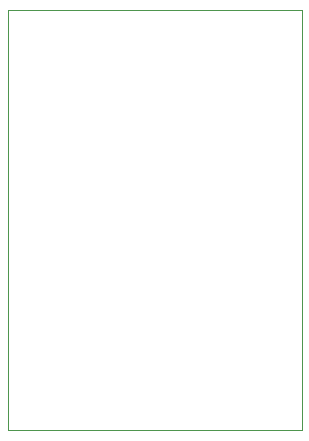
<source format=gbr>
%TF.GenerationSoftware,KiCad,Pcbnew,7.0.9*%
%TF.CreationDate,2024-08-25T21:19:37+01:00*%
%TF.ProjectId,RISKYKVM,5249534b-594b-4564-9d2e-6b696361645f,rev?*%
%TF.SameCoordinates,Original*%
%TF.FileFunction,Profile,NP*%
%FSLAX46Y46*%
G04 Gerber Fmt 4.6, Leading zero omitted, Abs format (unit mm)*
G04 Created by KiCad (PCBNEW 7.0.9) date 2024-08-25 21:19:37*
%MOMM*%
%LPD*%
G01*
G04 APERTURE LIST*
%TA.AperFunction,Profile*%
%ADD10C,0.038100*%
%TD*%
G04 APERTURE END LIST*
D10*
X118001800Y-74845400D02*
X142918200Y-74845400D01*
X142918200Y-110400000D01*
X118001800Y-110400000D01*
X118001800Y-74845400D01*
M02*

</source>
